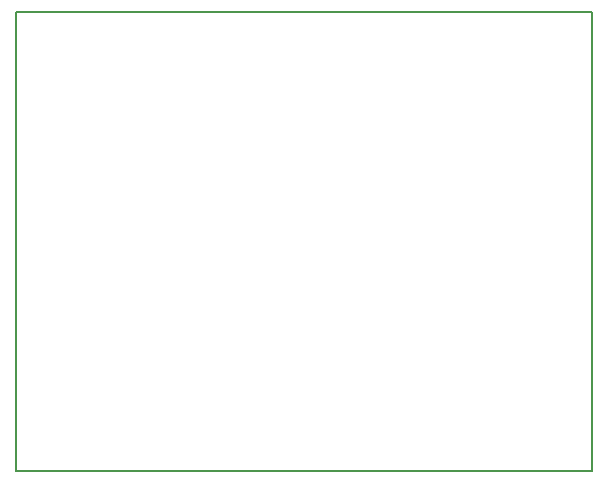
<source format=gm1>
G04 #@! TF.GenerationSoftware,KiCad,Pcbnew,(5.0.0-dirty)*
G04 #@! TF.CreationDate,2019-11-15T19:25:29+09:00*
G04 #@! TF.ProjectId,fake-fan-mk2,66616B652D66616E2D6D6B322E6B6963,rev?*
G04 #@! TF.SameCoordinates,Original*
G04 #@! TF.FileFunction,Profile,NP*
%FSLAX46Y46*%
G04 Gerber Fmt 4.6, Leading zero omitted, Abs format (unit mm)*
G04 Created by KiCad (PCBNEW (5.0.0-dirty)) date 11/15/19 19:25:29*
%MOMM*%
%LPD*%
G01*
G04 APERTURE LIST*
%ADD10C,0.200000*%
G04 APERTURE END LIST*
D10*
X14478000Y-53086000D02*
X14478000Y-14224000D01*
X63246000Y-53086000D02*
X14478000Y-53086000D01*
X63246000Y-14224000D02*
X63246000Y-53086000D01*
X14478000Y-14224000D02*
X63246000Y-14224000D01*
M02*

</source>
